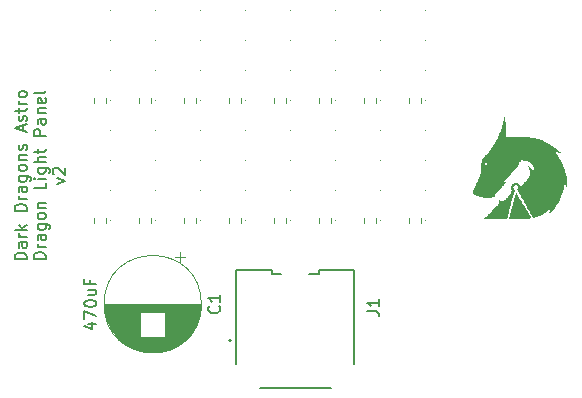
<source format=gbr>
%TF.GenerationSoftware,KiCad,Pcbnew,6.0.2+dfsg-1*%
%TF.CreationDate,2022-11-16T09:07:21-05:00*%
%TF.ProjectId,dragon-light-panel,64726167-6f6e-42d6-9c69-6768742d7061,rev?*%
%TF.SameCoordinates,Original*%
%TF.FileFunction,Legend,Top*%
%TF.FilePolarity,Positive*%
%FSLAX46Y46*%
G04 Gerber Fmt 4.6, Leading zero omitted, Abs format (unit mm)*
G04 Created by KiCad (PCBNEW 6.0.2+dfsg-1) date 2022-11-16 09:07:21*
%MOMM*%
%LPD*%
G01*
G04 APERTURE LIST*
%ADD10C,0.150000*%
%ADD11C,0.120000*%
%ADD12C,0.100000*%
%ADD13C,0.127000*%
%ADD14C,0.200000*%
G04 APERTURE END LIST*
D10*
X54722380Y-79485238D02*
X53722380Y-79485238D01*
X53722380Y-79247142D01*
X53770000Y-79104285D01*
X53865238Y-79009047D01*
X53960476Y-78961428D01*
X54150952Y-78913809D01*
X54293809Y-78913809D01*
X54484285Y-78961428D01*
X54579523Y-79009047D01*
X54674761Y-79104285D01*
X54722380Y-79247142D01*
X54722380Y-79485238D01*
X54722380Y-78056666D02*
X54198571Y-78056666D01*
X54103333Y-78104285D01*
X54055714Y-78199523D01*
X54055714Y-78390000D01*
X54103333Y-78485238D01*
X54674761Y-78056666D02*
X54722380Y-78151904D01*
X54722380Y-78390000D01*
X54674761Y-78485238D01*
X54579523Y-78532857D01*
X54484285Y-78532857D01*
X54389047Y-78485238D01*
X54341428Y-78390000D01*
X54341428Y-78151904D01*
X54293809Y-78056666D01*
X54722380Y-77580476D02*
X54055714Y-77580476D01*
X54246190Y-77580476D02*
X54150952Y-77532857D01*
X54103333Y-77485238D01*
X54055714Y-77390000D01*
X54055714Y-77294761D01*
X54722380Y-76961428D02*
X53722380Y-76961428D01*
X54341428Y-76866190D02*
X54722380Y-76580476D01*
X54055714Y-76580476D02*
X54436666Y-76961428D01*
X54722380Y-75390000D02*
X53722380Y-75390000D01*
X53722380Y-75151904D01*
X53770000Y-75009047D01*
X53865238Y-74913809D01*
X53960476Y-74866190D01*
X54150952Y-74818571D01*
X54293809Y-74818571D01*
X54484285Y-74866190D01*
X54579523Y-74913809D01*
X54674761Y-75009047D01*
X54722380Y-75151904D01*
X54722380Y-75390000D01*
X54722380Y-74390000D02*
X54055714Y-74390000D01*
X54246190Y-74390000D02*
X54150952Y-74342380D01*
X54103333Y-74294761D01*
X54055714Y-74199523D01*
X54055714Y-74104285D01*
X54722380Y-73342380D02*
X54198571Y-73342380D01*
X54103333Y-73390000D01*
X54055714Y-73485238D01*
X54055714Y-73675714D01*
X54103333Y-73770952D01*
X54674761Y-73342380D02*
X54722380Y-73437619D01*
X54722380Y-73675714D01*
X54674761Y-73770952D01*
X54579523Y-73818571D01*
X54484285Y-73818571D01*
X54389047Y-73770952D01*
X54341428Y-73675714D01*
X54341428Y-73437619D01*
X54293809Y-73342380D01*
X54055714Y-72437619D02*
X54865238Y-72437619D01*
X54960476Y-72485238D01*
X55008095Y-72532857D01*
X55055714Y-72628095D01*
X55055714Y-72770952D01*
X55008095Y-72866190D01*
X54674761Y-72437619D02*
X54722380Y-72532857D01*
X54722380Y-72723333D01*
X54674761Y-72818571D01*
X54627142Y-72866190D01*
X54531904Y-72913809D01*
X54246190Y-72913809D01*
X54150952Y-72866190D01*
X54103333Y-72818571D01*
X54055714Y-72723333D01*
X54055714Y-72532857D01*
X54103333Y-72437619D01*
X54722380Y-71818571D02*
X54674761Y-71913809D01*
X54627142Y-71961428D01*
X54531904Y-72009047D01*
X54246190Y-72009047D01*
X54150952Y-71961428D01*
X54103333Y-71913809D01*
X54055714Y-71818571D01*
X54055714Y-71675714D01*
X54103333Y-71580476D01*
X54150952Y-71532857D01*
X54246190Y-71485238D01*
X54531904Y-71485238D01*
X54627142Y-71532857D01*
X54674761Y-71580476D01*
X54722380Y-71675714D01*
X54722380Y-71818571D01*
X54055714Y-71056666D02*
X54722380Y-71056666D01*
X54150952Y-71056666D02*
X54103333Y-71009047D01*
X54055714Y-70913809D01*
X54055714Y-70770952D01*
X54103333Y-70675714D01*
X54198571Y-70628095D01*
X54722380Y-70628095D01*
X54674761Y-70199523D02*
X54722380Y-70104285D01*
X54722380Y-69913809D01*
X54674761Y-69818571D01*
X54579523Y-69770952D01*
X54531904Y-69770952D01*
X54436666Y-69818571D01*
X54389047Y-69913809D01*
X54389047Y-70056666D01*
X54341428Y-70151904D01*
X54246190Y-70199523D01*
X54198571Y-70199523D01*
X54103333Y-70151904D01*
X54055714Y-70056666D01*
X54055714Y-69913809D01*
X54103333Y-69818571D01*
X54436666Y-68628095D02*
X54436666Y-68151904D01*
X54722380Y-68723333D02*
X53722380Y-68390000D01*
X54722380Y-68056666D01*
X54674761Y-67770952D02*
X54722380Y-67675714D01*
X54722380Y-67485238D01*
X54674761Y-67390000D01*
X54579523Y-67342380D01*
X54531904Y-67342380D01*
X54436666Y-67390000D01*
X54389047Y-67485238D01*
X54389047Y-67628095D01*
X54341428Y-67723333D01*
X54246190Y-67770952D01*
X54198571Y-67770952D01*
X54103333Y-67723333D01*
X54055714Y-67628095D01*
X54055714Y-67485238D01*
X54103333Y-67390000D01*
X54055714Y-67056666D02*
X54055714Y-66675714D01*
X53722380Y-66913809D02*
X54579523Y-66913809D01*
X54674761Y-66866190D01*
X54722380Y-66770952D01*
X54722380Y-66675714D01*
X54722380Y-66342380D02*
X54055714Y-66342380D01*
X54246190Y-66342380D02*
X54150952Y-66294761D01*
X54103333Y-66247142D01*
X54055714Y-66151904D01*
X54055714Y-66056666D01*
X54722380Y-65580476D02*
X54674761Y-65675714D01*
X54627142Y-65723333D01*
X54531904Y-65770952D01*
X54246190Y-65770952D01*
X54150952Y-65723333D01*
X54103333Y-65675714D01*
X54055714Y-65580476D01*
X54055714Y-65437619D01*
X54103333Y-65342380D01*
X54150952Y-65294761D01*
X54246190Y-65247142D01*
X54531904Y-65247142D01*
X54627142Y-65294761D01*
X54674761Y-65342380D01*
X54722380Y-65437619D01*
X54722380Y-65580476D01*
X56332380Y-79461428D02*
X55332380Y-79461428D01*
X55332380Y-79223333D01*
X55380000Y-79080476D01*
X55475238Y-78985238D01*
X55570476Y-78937619D01*
X55760952Y-78890000D01*
X55903809Y-78890000D01*
X56094285Y-78937619D01*
X56189523Y-78985238D01*
X56284761Y-79080476D01*
X56332380Y-79223333D01*
X56332380Y-79461428D01*
X56332380Y-78461428D02*
X55665714Y-78461428D01*
X55856190Y-78461428D02*
X55760952Y-78413809D01*
X55713333Y-78366190D01*
X55665714Y-78270952D01*
X55665714Y-78175714D01*
X56332380Y-77413809D02*
X55808571Y-77413809D01*
X55713333Y-77461428D01*
X55665714Y-77556666D01*
X55665714Y-77747142D01*
X55713333Y-77842380D01*
X56284761Y-77413809D02*
X56332380Y-77509047D01*
X56332380Y-77747142D01*
X56284761Y-77842380D01*
X56189523Y-77890000D01*
X56094285Y-77890000D01*
X55999047Y-77842380D01*
X55951428Y-77747142D01*
X55951428Y-77509047D01*
X55903809Y-77413809D01*
X55665714Y-76509047D02*
X56475238Y-76509047D01*
X56570476Y-76556666D01*
X56618095Y-76604285D01*
X56665714Y-76699523D01*
X56665714Y-76842380D01*
X56618095Y-76937619D01*
X56284761Y-76509047D02*
X56332380Y-76604285D01*
X56332380Y-76794761D01*
X56284761Y-76890000D01*
X56237142Y-76937619D01*
X56141904Y-76985238D01*
X55856190Y-76985238D01*
X55760952Y-76937619D01*
X55713333Y-76890000D01*
X55665714Y-76794761D01*
X55665714Y-76604285D01*
X55713333Y-76509047D01*
X56332380Y-75890000D02*
X56284761Y-75985238D01*
X56237142Y-76032857D01*
X56141904Y-76080476D01*
X55856190Y-76080476D01*
X55760952Y-76032857D01*
X55713333Y-75985238D01*
X55665714Y-75890000D01*
X55665714Y-75747142D01*
X55713333Y-75651904D01*
X55760952Y-75604285D01*
X55856190Y-75556666D01*
X56141904Y-75556666D01*
X56237142Y-75604285D01*
X56284761Y-75651904D01*
X56332380Y-75747142D01*
X56332380Y-75890000D01*
X55665714Y-75128095D02*
X56332380Y-75128095D01*
X55760952Y-75128095D02*
X55713333Y-75080476D01*
X55665714Y-74985238D01*
X55665714Y-74842380D01*
X55713333Y-74747142D01*
X55808571Y-74699523D01*
X56332380Y-74699523D01*
X56332380Y-72985238D02*
X56332380Y-73461428D01*
X55332380Y-73461428D01*
X56332380Y-72651904D02*
X55665714Y-72651904D01*
X55332380Y-72651904D02*
X55380000Y-72699523D01*
X55427619Y-72651904D01*
X55380000Y-72604285D01*
X55332380Y-72651904D01*
X55427619Y-72651904D01*
X55665714Y-71747142D02*
X56475238Y-71747142D01*
X56570476Y-71794761D01*
X56618095Y-71842380D01*
X56665714Y-71937619D01*
X56665714Y-72080476D01*
X56618095Y-72175714D01*
X56284761Y-71747142D02*
X56332380Y-71842380D01*
X56332380Y-72032857D01*
X56284761Y-72128095D01*
X56237142Y-72175714D01*
X56141904Y-72223333D01*
X55856190Y-72223333D01*
X55760952Y-72175714D01*
X55713333Y-72128095D01*
X55665714Y-72032857D01*
X55665714Y-71842380D01*
X55713333Y-71747142D01*
X56332380Y-71270952D02*
X55332380Y-71270952D01*
X56332380Y-70842380D02*
X55808571Y-70842380D01*
X55713333Y-70890000D01*
X55665714Y-70985238D01*
X55665714Y-71128095D01*
X55713333Y-71223333D01*
X55760952Y-71270952D01*
X55665714Y-70509047D02*
X55665714Y-70128095D01*
X55332380Y-70366190D02*
X56189523Y-70366190D01*
X56284761Y-70318571D01*
X56332380Y-70223333D01*
X56332380Y-70128095D01*
X56332380Y-69032857D02*
X55332380Y-69032857D01*
X55332380Y-68651904D01*
X55380000Y-68556666D01*
X55427619Y-68509047D01*
X55522857Y-68461428D01*
X55665714Y-68461428D01*
X55760952Y-68509047D01*
X55808571Y-68556666D01*
X55856190Y-68651904D01*
X55856190Y-69032857D01*
X56332380Y-67604285D02*
X55808571Y-67604285D01*
X55713333Y-67651904D01*
X55665714Y-67747142D01*
X55665714Y-67937619D01*
X55713333Y-68032857D01*
X56284761Y-67604285D02*
X56332380Y-67699523D01*
X56332380Y-67937619D01*
X56284761Y-68032857D01*
X56189523Y-68080476D01*
X56094285Y-68080476D01*
X55999047Y-68032857D01*
X55951428Y-67937619D01*
X55951428Y-67699523D01*
X55903809Y-67604285D01*
X55665714Y-67128095D02*
X56332380Y-67128095D01*
X55760952Y-67128095D02*
X55713333Y-67080476D01*
X55665714Y-66985238D01*
X55665714Y-66842380D01*
X55713333Y-66747142D01*
X55808571Y-66699523D01*
X56332380Y-66699523D01*
X56284761Y-65842380D02*
X56332380Y-65937619D01*
X56332380Y-66128095D01*
X56284761Y-66223333D01*
X56189523Y-66270952D01*
X55808571Y-66270952D01*
X55713333Y-66223333D01*
X55665714Y-66128095D01*
X55665714Y-65937619D01*
X55713333Y-65842380D01*
X55808571Y-65794761D01*
X55903809Y-65794761D01*
X55999047Y-66270952D01*
X56332380Y-65223333D02*
X56284761Y-65318571D01*
X56189523Y-65366190D01*
X55332380Y-65366190D01*
X57275714Y-73104285D02*
X57942380Y-72866190D01*
X57275714Y-72628095D01*
X57037619Y-72294761D02*
X56990000Y-72247142D01*
X56942380Y-72151904D01*
X56942380Y-71913809D01*
X56990000Y-71818571D01*
X57037619Y-71770952D01*
X57132857Y-71723333D01*
X57228095Y-71723333D01*
X57370952Y-71770952D01*
X57942380Y-72342380D01*
X57942380Y-71723333D01*
%TO.C,J1*%
X83557380Y-83868333D02*
X84271666Y-83868333D01*
X84414523Y-83915952D01*
X84509761Y-84011190D01*
X84557380Y-84154047D01*
X84557380Y-84249285D01*
X84557380Y-82868333D02*
X84557380Y-83439761D01*
X84557380Y-83154047D02*
X83557380Y-83154047D01*
X83700238Y-83249285D01*
X83795476Y-83344523D01*
X83843095Y-83439761D01*
%TO.C,C1*%
X71012142Y-83449015D02*
X71059761Y-83496634D01*
X71107380Y-83639491D01*
X71107380Y-83734729D01*
X71059761Y-83877587D01*
X70964523Y-83972825D01*
X70869285Y-84020444D01*
X70678809Y-84068063D01*
X70535952Y-84068063D01*
X70345476Y-84020444D01*
X70250238Y-83972825D01*
X70155000Y-83877587D01*
X70107380Y-83734729D01*
X70107380Y-83639491D01*
X70155000Y-83496634D01*
X70202619Y-83449015D01*
X71107380Y-82496634D02*
X71107380Y-83068063D01*
X71107380Y-82782349D02*
X70107380Y-82782349D01*
X70250238Y-82877587D01*
X70345476Y-82972825D01*
X70393095Y-83068063D01*
X59940714Y-84925206D02*
X60607380Y-84925206D01*
X59559761Y-85163301D02*
X60274047Y-85401396D01*
X60274047Y-84782349D01*
X59607380Y-84496634D02*
X59607380Y-83829968D01*
X60607380Y-84258539D01*
X59607380Y-83258539D02*
X59607380Y-83163301D01*
X59655000Y-83068063D01*
X59702619Y-83020444D01*
X59797857Y-82972825D01*
X59988333Y-82925206D01*
X60226428Y-82925206D01*
X60416904Y-82972825D01*
X60512142Y-83020444D01*
X60559761Y-83068063D01*
X60607380Y-83163301D01*
X60607380Y-83258539D01*
X60559761Y-83353777D01*
X60512142Y-83401396D01*
X60416904Y-83449015D01*
X60226428Y-83496634D01*
X59988333Y-83496634D01*
X59797857Y-83449015D01*
X59702619Y-83401396D01*
X59655000Y-83353777D01*
X59607380Y-83258539D01*
X59940714Y-82068063D02*
X60607380Y-82068063D01*
X59940714Y-82496634D02*
X60464523Y-82496634D01*
X60559761Y-82449015D01*
X60607380Y-82353777D01*
X60607380Y-82210920D01*
X60559761Y-82115682D01*
X60512142Y-82068063D01*
X60083571Y-81258539D02*
X60083571Y-81591872D01*
X60607380Y-81591872D02*
X59607380Y-81591872D01*
X59607380Y-81115682D01*
%TO.C,G\u002A\u002A\u002A*%
G36*
X96193322Y-73851586D02*
G01*
X96199790Y-73860431D01*
X96215159Y-73883964D01*
X96238746Y-73921067D01*
X96269868Y-73970623D01*
X96307841Y-74031513D01*
X96351983Y-74102620D01*
X96401609Y-74182825D01*
X96456036Y-74271012D01*
X96514581Y-74366061D01*
X96576560Y-74466856D01*
X96641291Y-74572277D01*
X96708088Y-74681208D01*
X96776270Y-74792530D01*
X96845153Y-74905126D01*
X96914053Y-75017877D01*
X96982287Y-75129667D01*
X97049171Y-75239376D01*
X97114022Y-75345886D01*
X97176157Y-75448081D01*
X97234892Y-75544843D01*
X97289544Y-75635052D01*
X97339430Y-75717592D01*
X97383865Y-75791344D01*
X97422167Y-75855192D01*
X97453652Y-75908015D01*
X97477637Y-75948698D01*
X97493438Y-75976122D01*
X97500373Y-75989168D01*
X97500641Y-75990023D01*
X97499210Y-75996441D01*
X97492759Y-76001776D01*
X97478441Y-76006872D01*
X97453409Y-76012575D01*
X97414818Y-76019727D01*
X97380546Y-76025651D01*
X97335120Y-76033379D01*
X97294256Y-76040153D01*
X97256434Y-76046042D01*
X97220133Y-76051115D01*
X97183833Y-76055442D01*
X97146015Y-76059091D01*
X97105157Y-76062132D01*
X97059739Y-76064633D01*
X97008242Y-76066663D01*
X96949144Y-76068292D01*
X96880927Y-76069589D01*
X96802069Y-76070622D01*
X96711050Y-76071461D01*
X96606350Y-76072175D01*
X96486449Y-76072832D01*
X96349826Y-76073502D01*
X96324245Y-76073625D01*
X96205863Y-76074100D01*
X96093147Y-76074367D01*
X95987446Y-76074435D01*
X95890109Y-76074311D01*
X95802486Y-76074002D01*
X95725926Y-76073516D01*
X95661779Y-76072860D01*
X95611395Y-76072043D01*
X95576122Y-76071071D01*
X95557310Y-76069953D01*
X95554486Y-76069322D01*
X95556243Y-76059522D01*
X95562645Y-76033219D01*
X95573329Y-75991725D01*
X95587931Y-75936354D01*
X95606088Y-75868417D01*
X95627435Y-75789228D01*
X95651609Y-75700098D01*
X95678246Y-75602341D01*
X95706983Y-75497270D01*
X95737457Y-75386195D01*
X95769302Y-75270432D01*
X95802157Y-75151291D01*
X95835657Y-75030085D01*
X95869439Y-74908128D01*
X95903138Y-74786731D01*
X95936392Y-74667208D01*
X95968837Y-74550871D01*
X96000108Y-74439031D01*
X96029844Y-74333003D01*
X96057679Y-74234099D01*
X96083250Y-74143631D01*
X96106193Y-74062912D01*
X96126146Y-73993254D01*
X96142744Y-73935970D01*
X96155623Y-73892373D01*
X96164421Y-73863775D01*
X96168772Y-73851489D01*
X96168994Y-73851157D01*
X96184388Y-73847456D01*
X96193322Y-73851586D01*
G37*
G36*
X92563591Y-73589240D02*
G01*
X92572601Y-73565884D01*
X92589058Y-73527942D01*
X92612053Y-73477338D01*
X92640676Y-73415999D01*
X92674019Y-73345850D01*
X92711173Y-73268817D01*
X92751227Y-73186825D01*
X92793274Y-73101802D01*
X92801421Y-73085448D01*
X92857054Y-72973706D01*
X92905054Y-72876764D01*
X92946189Y-72792932D01*
X92981222Y-72720518D01*
X93010921Y-72657832D01*
X93036049Y-72603182D01*
X93057374Y-72554877D01*
X93075659Y-72511227D01*
X93091671Y-72470540D01*
X93106176Y-72431125D01*
X93119938Y-72391291D01*
X93131424Y-72356457D01*
X93150083Y-72297547D01*
X93165556Y-72244633D01*
X93178193Y-72195037D01*
X93188341Y-72146079D01*
X93196348Y-72095080D01*
X93202563Y-72039360D01*
X93207333Y-71976241D01*
X93211008Y-71903044D01*
X93213935Y-71817089D01*
X93216381Y-71718978D01*
X93505176Y-71718978D01*
X93505283Y-71723058D01*
X93507597Y-71791477D01*
X93510569Y-71841753D01*
X93514557Y-71874245D01*
X93519921Y-71889313D01*
X93527019Y-71887318D01*
X93536211Y-71868619D01*
X93547856Y-71833577D01*
X93562314Y-71782552D01*
X93562806Y-71780736D01*
X93583895Y-71707320D01*
X93606806Y-71635285D01*
X93630184Y-71568433D01*
X93652675Y-71510566D01*
X93672923Y-71465485D01*
X93679795Y-71452413D01*
X93706675Y-71404289D01*
X93679299Y-71346402D01*
X93667862Y-71320557D01*
X93657938Y-71293584D01*
X93648499Y-71261788D01*
X93638515Y-71221478D01*
X93626956Y-71168960D01*
X93618433Y-71128096D01*
X93612084Y-71111860D01*
X93606148Y-71107277D01*
X93598152Y-71115083D01*
X93593443Y-71128096D01*
X93589258Y-71145056D01*
X93581433Y-71175459D01*
X93571117Y-71214873D01*
X93560404Y-71255328D01*
X93532440Y-71374206D01*
X93514524Y-71485934D01*
X93505741Y-71598271D01*
X93505176Y-71718978D01*
X93216381Y-71718978D01*
X93216463Y-71715696D01*
X93216819Y-71699481D01*
X93219806Y-71583358D01*
X93223585Y-71483575D01*
X93228502Y-71397970D01*
X93234905Y-71324382D01*
X93243142Y-71260648D01*
X93253562Y-71204607D01*
X93266511Y-71154098D01*
X93282337Y-71106959D01*
X93301389Y-71061028D01*
X93324013Y-71014145D01*
X93328463Y-71005492D01*
X93343486Y-70977654D01*
X93359930Y-70949867D01*
X93379033Y-70920520D01*
X93402031Y-70888002D01*
X93430159Y-70850704D01*
X93464655Y-70807015D01*
X93506753Y-70755325D01*
X93557691Y-70694025D01*
X93618704Y-70621503D01*
X93667446Y-70563933D01*
X93759247Y-70455326D01*
X93840038Y-70358841D01*
X93911125Y-70272785D01*
X93973813Y-70195466D01*
X94029408Y-70125193D01*
X94079214Y-70060272D01*
X94124539Y-69999012D01*
X94166686Y-69939721D01*
X94206961Y-69880706D01*
X94246670Y-69820274D01*
X94273635Y-69778107D01*
X94443012Y-69493634D01*
X94596146Y-69200820D01*
X94732716Y-68900505D01*
X94852400Y-68593526D01*
X94954876Y-68280724D01*
X95039823Y-67962936D01*
X95106920Y-67641003D01*
X95118778Y-67572559D01*
X95126672Y-67525193D01*
X95133354Y-67484843D01*
X95138287Y-67454769D01*
X95140935Y-67438230D01*
X95141239Y-67436074D01*
X95149049Y-67434180D01*
X95159456Y-67433761D01*
X95170509Y-67435487D01*
X95179684Y-67442478D01*
X95188265Y-67457455D01*
X95197534Y-67483140D01*
X95208778Y-67522253D01*
X95218406Y-67558679D01*
X95245249Y-67675436D01*
X95269248Y-67806418D01*
X95290020Y-67947509D01*
X95307184Y-68094592D01*
X95320356Y-68243552D01*
X95329156Y-68390272D01*
X95333200Y-68530635D01*
X95332106Y-68660526D01*
X95328199Y-68741274D01*
X95323442Y-68804446D01*
X95317642Y-68871335D01*
X95311407Y-68935485D01*
X95305345Y-68990440D01*
X95302901Y-69009953D01*
X95296815Y-69059882D01*
X95293946Y-69094545D01*
X95294212Y-69116884D01*
X95297532Y-69129844D01*
X95299482Y-69132809D01*
X95303347Y-69135057D01*
X95311675Y-69137028D01*
X95325521Y-69138735D01*
X95345937Y-69140190D01*
X95373977Y-69141406D01*
X95410693Y-69142396D01*
X95457138Y-69143173D01*
X95514367Y-69143748D01*
X95583432Y-69144136D01*
X95665386Y-69144347D01*
X95761282Y-69144395D01*
X95872174Y-69144292D01*
X95999114Y-69144052D01*
X96143156Y-69143686D01*
X96195166Y-69143539D01*
X96350621Y-69143117D01*
X96488988Y-69142830D01*
X96611686Y-69142719D01*
X96720134Y-69142823D01*
X96815750Y-69143181D01*
X96899953Y-69143834D01*
X96974162Y-69144822D01*
X97039795Y-69146183D01*
X97098270Y-69147958D01*
X97151007Y-69150187D01*
X97199424Y-69152908D01*
X97244940Y-69156162D01*
X97288973Y-69159989D01*
X97332941Y-69164428D01*
X97378265Y-69169520D01*
X97426361Y-69175302D01*
X97454572Y-69178800D01*
X97574792Y-69196110D01*
X97699288Y-69218209D01*
X97820131Y-69243580D01*
X97916405Y-69267208D01*
X98137232Y-69333699D01*
X98361715Y-69416208D01*
X98587336Y-69513305D01*
X98811576Y-69623562D01*
X99031916Y-69745551D01*
X99245836Y-69877843D01*
X99450817Y-70019010D01*
X99644340Y-70167623D01*
X99823886Y-70322255D01*
X99894971Y-70389085D01*
X99940031Y-70433782D01*
X99971672Y-70468186D01*
X99990799Y-70493721D01*
X99998320Y-70511811D01*
X99995140Y-70523881D01*
X99984904Y-70530392D01*
X99970712Y-70529078D01*
X99944394Y-70521028D01*
X99910402Y-70507728D01*
X99890058Y-70498719D01*
X99823970Y-70469461D01*
X99758705Y-70442822D01*
X99696832Y-70419656D01*
X99640921Y-70400820D01*
X99593540Y-70387167D01*
X99557257Y-70379554D01*
X99534643Y-70378834D01*
X99532083Y-70379556D01*
X99522481Y-70385593D01*
X99519928Y-70395434D01*
X99525440Y-70411391D01*
X99540036Y-70435778D01*
X99564731Y-70470908D01*
X99583326Y-70496102D01*
X99712130Y-70680427D01*
X99835555Y-70879764D01*
X99952031Y-71091013D01*
X100059988Y-71311076D01*
X100157858Y-71536853D01*
X100244072Y-71765247D01*
X100279490Y-71870665D01*
X100340476Y-72074991D01*
X100393222Y-72283349D01*
X100437234Y-72492720D01*
X100472019Y-72700088D01*
X100497084Y-72902437D01*
X100511934Y-73096749D01*
X100516077Y-73280007D01*
X100515596Y-73314162D01*
X100514416Y-73367443D01*
X100513106Y-73404978D01*
X100511196Y-73429524D01*
X100508217Y-73443838D01*
X100503699Y-73450679D01*
X100497172Y-73452803D01*
X100491936Y-73452960D01*
X100482059Y-73450575D01*
X100472004Y-73441691D01*
X100460073Y-73423718D01*
X100444573Y-73394063D01*
X100423807Y-73350134D01*
X100421723Y-73345612D01*
X100390471Y-73279404D01*
X100360431Y-73218967D01*
X100332760Y-73166402D01*
X100308616Y-73123807D01*
X100289158Y-73093282D01*
X100275542Y-73076928D01*
X100272505Y-73074989D01*
X100253638Y-73075644D01*
X100239806Y-73092629D01*
X100231963Y-73124223D01*
X100230528Y-73150635D01*
X100228940Y-73191990D01*
X100224527Y-73247091D01*
X100217814Y-73311485D01*
X100209329Y-73380719D01*
X100199598Y-73450340D01*
X100189147Y-73515893D01*
X100183864Y-73545492D01*
X100134621Y-73764340D01*
X100068459Y-73985172D01*
X99986437Y-74205579D01*
X99889617Y-74423154D01*
X99779056Y-74635489D01*
X99655814Y-74840177D01*
X99539767Y-75009251D01*
X99444705Y-75134043D01*
X99344366Y-75255468D01*
X99242183Y-75369615D01*
X99141593Y-75472574D01*
X99089708Y-75521628D01*
X99052081Y-75555608D01*
X99025209Y-75578371D01*
X99006582Y-75591608D01*
X98993694Y-75597008D01*
X98984036Y-75596262D01*
X98980984Y-75594878D01*
X98966454Y-75582107D01*
X98962841Y-75572770D01*
X98966546Y-75559561D01*
X98976539Y-75533812D01*
X98991138Y-75499683D01*
X99002925Y-75473624D01*
X99035283Y-75402199D01*
X99059373Y-75345620D01*
X99075694Y-75302434D01*
X99084744Y-75271189D01*
X99087022Y-75250433D01*
X99083356Y-75239094D01*
X99071074Y-75227385D01*
X99065807Y-75224956D01*
X99056610Y-75230469D01*
X99036604Y-75245286D01*
X99009176Y-75266842D01*
X98990601Y-75281914D01*
X98791127Y-75433993D01*
X98581376Y-75571597D01*
X98362875Y-75693916D01*
X98137150Y-75800137D01*
X97905728Y-75889450D01*
X97759783Y-75936057D01*
X97706573Y-75951195D01*
X97668542Y-75960690D01*
X97643390Y-75964981D01*
X97628817Y-75964510D01*
X97624103Y-75962037D01*
X97618567Y-75953079D01*
X97604561Y-75929086D01*
X97582701Y-75891147D01*
X97553603Y-75840350D01*
X97517882Y-75777783D01*
X97476153Y-75704534D01*
X97429032Y-75621692D01*
X97377135Y-75530345D01*
X97321076Y-75431581D01*
X97261472Y-75326489D01*
X97198938Y-75216156D01*
X97134088Y-75101672D01*
X97067540Y-74984124D01*
X96999907Y-74864601D01*
X96931807Y-74744191D01*
X96863853Y-74623982D01*
X96796662Y-74505063D01*
X96730848Y-74388521D01*
X96667028Y-74275446D01*
X96605817Y-74166925D01*
X96547831Y-74064047D01*
X96493684Y-73967900D01*
X96443992Y-73879572D01*
X96399371Y-73800152D01*
X96360437Y-73730727D01*
X96327803Y-73672387D01*
X96302087Y-73626219D01*
X96283904Y-73593312D01*
X96273868Y-73574754D01*
X96272438Y-73571941D01*
X96264398Y-73552277D01*
X96265125Y-73537578D01*
X96275883Y-73519497D01*
X96281530Y-73511795D01*
X96311881Y-73459372D01*
X96324061Y-73407169D01*
X96318279Y-73353273D01*
X96303455Y-73313079D01*
X96271777Y-73264660D01*
X96229394Y-73228593D01*
X96179661Y-73206257D01*
X96125930Y-73199027D01*
X96071556Y-73208281D01*
X96059357Y-73212868D01*
X96008938Y-73243213D01*
X95970274Y-73285665D01*
X95945575Y-73336968D01*
X95937049Y-73392905D01*
X95941793Y-73438067D01*
X95957612Y-73478419D01*
X95986881Y-73519106D01*
X96004022Y-73537806D01*
X96041223Y-73576386D01*
X95743877Y-74754600D01*
X95707184Y-74899952D01*
X95671498Y-75041233D01*
X95637105Y-75177309D01*
X95604295Y-75307045D01*
X95573355Y-75429305D01*
X95544572Y-75542955D01*
X95518234Y-75646860D01*
X95494629Y-75739884D01*
X95474045Y-75820893D01*
X95456770Y-75888751D01*
X95443090Y-75942324D01*
X95433295Y-75980476D01*
X95427671Y-76002073D01*
X95427013Y-76004526D01*
X95407494Y-76076238D01*
X94413838Y-76076238D01*
X94267119Y-76076162D01*
X94128887Y-76075940D01*
X94000089Y-76075578D01*
X93881675Y-76075085D01*
X93774592Y-76074469D01*
X93679788Y-76073739D01*
X93598212Y-76072901D01*
X93530811Y-76071963D01*
X93478533Y-76070935D01*
X93442326Y-76069823D01*
X93423140Y-76068636D01*
X93420182Y-76067930D01*
X93426611Y-76060202D01*
X93445182Y-76040593D01*
X93474825Y-76010179D01*
X93514465Y-75970036D01*
X93563032Y-75921238D01*
X93619452Y-75864862D01*
X93682655Y-75801982D01*
X93751567Y-75733675D01*
X93825116Y-75661015D01*
X93869947Y-75616838D01*
X94003384Y-75485134D01*
X94123762Y-75365592D01*
X94231538Y-75257732D01*
X94327168Y-75161073D01*
X94411109Y-75075137D01*
X94483818Y-74999444D01*
X94545752Y-74933513D01*
X94597368Y-74876866D01*
X94639123Y-74829021D01*
X94671472Y-74789500D01*
X94694874Y-74757823D01*
X94708158Y-74736550D01*
X94740789Y-74660177D01*
X94755491Y-74582987D01*
X94752018Y-74506270D01*
X94751891Y-74505510D01*
X94745216Y-74464800D01*
X94741701Y-74438788D01*
X94741195Y-74423960D01*
X94743551Y-74416806D01*
X94748014Y-74414020D01*
X94757650Y-74418856D01*
X94778200Y-74434335D01*
X94807131Y-74458384D01*
X94841912Y-74488929D01*
X94863679Y-74508724D01*
X94911051Y-74552099D01*
X94947043Y-74584244D01*
X94973719Y-74606649D01*
X94993143Y-74620802D01*
X95007380Y-74628194D01*
X95018492Y-74630311D01*
X95028545Y-74628643D01*
X95029513Y-74628344D01*
X95038914Y-74620846D01*
X95059521Y-74601484D01*
X95089814Y-74571829D01*
X95128267Y-74533449D01*
X95173360Y-74487914D01*
X95223569Y-74436793D01*
X95277370Y-74381655D01*
X95333242Y-74324069D01*
X95389661Y-74265605D01*
X95445104Y-74207832D01*
X95498049Y-74152319D01*
X95546972Y-74100636D01*
X95590351Y-74054351D01*
X95626663Y-74015033D01*
X95652385Y-73986515D01*
X95694882Y-73929860D01*
X95732409Y-73863485D01*
X95761647Y-73794168D01*
X95779275Y-73728685D01*
X95779573Y-73726945D01*
X95783765Y-73698904D01*
X95785586Y-73674232D01*
X95784712Y-73648426D01*
X95780814Y-73616980D01*
X95773567Y-73575391D01*
X95765580Y-73534038D01*
X95751132Y-73443394D01*
X95746709Y-73365985D01*
X95752778Y-73299201D01*
X95769804Y-73240432D01*
X95798253Y-73187067D01*
X95836031Y-73139274D01*
X95899656Y-73080125D01*
X95967036Y-73038625D01*
X96039990Y-73014017D01*
X96120337Y-73005546D01*
X96155459Y-73006538D01*
X96239526Y-73020440D01*
X96315441Y-73050544D01*
X96381913Y-73095867D01*
X96437653Y-73155423D01*
X96481371Y-73228228D01*
X96497780Y-73267793D01*
X96510207Y-73297064D01*
X96522657Y-73318214D01*
X96531474Y-73326146D01*
X96542927Y-73320857D01*
X96563622Y-73304426D01*
X96590469Y-73279512D01*
X96616154Y-73253294D01*
X96639018Y-73229185D01*
X96672801Y-73193829D01*
X96715543Y-73149265D01*
X96765282Y-73097534D01*
X96820056Y-73040675D01*
X96877903Y-72980730D01*
X96936863Y-72919737D01*
X96937111Y-72919481D01*
X97010717Y-72842990D01*
X97072428Y-72777771D01*
X97123583Y-72722159D01*
X97165523Y-72674491D01*
X97199585Y-72633104D01*
X97227111Y-72596332D01*
X97249438Y-72562512D01*
X97267908Y-72529981D01*
X97283859Y-72497073D01*
X97291722Y-72478978D01*
X97326928Y-72371536D01*
X97345341Y-72257072D01*
X97347007Y-72136248D01*
X97331966Y-72009729D01*
X97300264Y-71878176D01*
X97251943Y-71742252D01*
X97242050Y-71718691D01*
X97224423Y-71676802D01*
X97209856Y-71640636D01*
X97199755Y-71613800D01*
X97195528Y-71599901D01*
X97195483Y-71599310D01*
X97198485Y-71590355D01*
X97208382Y-71590787D01*
X97226505Y-71601478D01*
X97254186Y-71623300D01*
X97292758Y-71657127D01*
X97315774Y-71678106D01*
X97364775Y-71722662D01*
X97416398Y-71768736D01*
X97468690Y-71814671D01*
X97519701Y-71858811D01*
X97567479Y-71899502D01*
X97610074Y-71935086D01*
X97645535Y-71963908D01*
X97671910Y-71984312D01*
X97687249Y-71994642D01*
X97689832Y-71995583D01*
X97708064Y-71987181D01*
X97719092Y-71962533D01*
X97722829Y-71922479D01*
X97719186Y-71867857D01*
X97709605Y-71807360D01*
X97679052Y-71696367D01*
X97630959Y-71589266D01*
X97566139Y-71487568D01*
X97487971Y-71395429D01*
X97392412Y-71308969D01*
X97288957Y-71239236D01*
X97177641Y-71186248D01*
X97069426Y-71152572D01*
X97028029Y-71143594D01*
X96991007Y-71138258D01*
X96951856Y-71136064D01*
X96904073Y-71136510D01*
X96874697Y-71137576D01*
X96762109Y-71142268D01*
X96737126Y-71116192D01*
X96709047Y-71092514D01*
X96680442Y-71077571D01*
X96656252Y-71073553D01*
X96647291Y-71076363D01*
X96634504Y-71087108D01*
X96612710Y-71108549D01*
X96584222Y-71138128D01*
X96551351Y-71173284D01*
X96516408Y-71211459D01*
X96481706Y-71250093D01*
X96449555Y-71286626D01*
X96422269Y-71318499D01*
X96402157Y-71343153D01*
X96391533Y-71358028D01*
X96390455Y-71360729D01*
X96397767Y-71379529D01*
X96415010Y-71397611D01*
X96429432Y-71405576D01*
X96436295Y-71414037D01*
X96431911Y-71428462D01*
X96424600Y-71437954D01*
X96405844Y-71460308D01*
X96376491Y-71494554D01*
X96337389Y-71539722D01*
X96289388Y-71594841D01*
X96233336Y-71658942D01*
X96170083Y-71731056D01*
X96100477Y-71810211D01*
X96025367Y-71895437D01*
X95945602Y-71985766D01*
X95862031Y-72080226D01*
X95821384Y-72126107D01*
X95716732Y-72244174D01*
X95623667Y-72349164D01*
X95541516Y-72441865D01*
X95469604Y-72523062D01*
X95407258Y-72593542D01*
X95353803Y-72654091D01*
X95308568Y-72705495D01*
X95270876Y-72748540D01*
X95240056Y-72784013D01*
X95215432Y-72812700D01*
X95196332Y-72835387D01*
X95182081Y-72852859D01*
X95172005Y-72865905D01*
X95165432Y-72875309D01*
X95161687Y-72881857D01*
X95160096Y-72886337D01*
X95159985Y-72889534D01*
X95160682Y-72892234D01*
X95161511Y-72895224D01*
X95161637Y-72895949D01*
X95173524Y-72918519D01*
X95199091Y-72938234D01*
X95233519Y-72951866D01*
X95250013Y-72955078D01*
X95278804Y-72962209D01*
X95292316Y-72974705D01*
X95290532Y-72993875D01*
X95273433Y-73021029D01*
X95248711Y-73049385D01*
X95234111Y-73065243D01*
X95208350Y-73093576D01*
X95172608Y-73133071D01*
X95128070Y-73182415D01*
X95075917Y-73240296D01*
X95017332Y-73305400D01*
X94953497Y-73376416D01*
X94885596Y-73452029D01*
X94814810Y-73530928D01*
X94790688Y-73557831D01*
X94709188Y-73648803D01*
X94639226Y-73727067D01*
X94579938Y-73793657D01*
X94530462Y-73849604D01*
X94489936Y-73895938D01*
X94457496Y-73933691D01*
X94432281Y-73963895D01*
X94413426Y-73987580D01*
X94400070Y-74005777D01*
X94391349Y-74019519D01*
X94386402Y-74029837D01*
X94384364Y-74037761D01*
X94384298Y-74043624D01*
X94389187Y-74063570D01*
X94402288Y-74078469D01*
X94428210Y-74093636D01*
X94459876Y-74110538D01*
X94475616Y-74122653D01*
X94476470Y-74132584D01*
X94463480Y-74142930D01*
X94450700Y-74149797D01*
X94416695Y-74164569D01*
X94368891Y-74181876D01*
X94311591Y-74200415D01*
X94249102Y-74218883D01*
X94185727Y-74235977D01*
X94125771Y-74250393D01*
X94100973Y-74255676D01*
X94063737Y-74262748D01*
X94029039Y-74268027D01*
X93993181Y-74271756D01*
X93952463Y-74274178D01*
X93903186Y-74275535D01*
X93841650Y-74276072D01*
X93790309Y-74276091D01*
X93688120Y-74274900D01*
X93598796Y-74271282D01*
X93516786Y-74264628D01*
X93436538Y-74254324D01*
X93352501Y-74239761D01*
X93259122Y-74220327D01*
X93235118Y-74214963D01*
X93091439Y-74178141D01*
X92958627Y-74135227D01*
X92838710Y-74087003D01*
X92733711Y-74034251D01*
X92676223Y-73999105D01*
X92625080Y-73960106D01*
X92586630Y-73917864D01*
X92557396Y-73870431D01*
X92543142Y-73827653D01*
X92537063Y-73772739D01*
X92539060Y-73710108D01*
X92546846Y-73658656D01*
X92764619Y-73658656D01*
X92768452Y-73667358D01*
X92782078Y-73661346D01*
X92806495Y-73641451D01*
X92822374Y-73627185D01*
X92881542Y-73573270D01*
X92882391Y-73516642D01*
X92884946Y-73476974D01*
X92890746Y-73430367D01*
X92897412Y-73392648D01*
X92903827Y-73359802D01*
X92907773Y-73334843D01*
X92908522Y-73322489D01*
X92908303Y-73322004D01*
X92903057Y-73328104D01*
X92892057Y-73347953D01*
X92876819Y-73378278D01*
X92858859Y-73415810D01*
X92839692Y-73457277D01*
X92820835Y-73499409D01*
X92803803Y-73538936D01*
X92790113Y-73572585D01*
X92782349Y-73593779D01*
X92769584Y-73634406D01*
X92764619Y-73658656D01*
X92546846Y-73658656D01*
X92549037Y-73644179D01*
X92563591Y-73589240D01*
G37*
D11*
%TO.C,R5*%
X75677500Y-66277258D02*
X75677500Y-65802742D01*
X76722500Y-66277258D02*
X76722500Y-65802742D01*
D12*
%TO.C,D24*%
X80875000Y-66040000D02*
G75*
G03*
X80875000Y-66040000I-50000J0D01*
G01*
D11*
%TO.C,R4*%
X71867500Y-66277258D02*
X71867500Y-65802742D01*
X72912500Y-66277258D02*
X72912500Y-65802742D01*
D12*
%TO.C,D44*%
X69445000Y-76200000D02*
G75*
G03*
X69445000Y-76200000I-50000J0D01*
G01*
%TO.C,D1*%
X61825000Y-58420000D02*
G75*
G03*
X61825000Y-58420000I-50000J0D01*
G01*
%TO.C,D17*%
X77065000Y-58420000D02*
G75*
G03*
X77065000Y-58420000I-50000J0D01*
G01*
%TO.C,D41*%
X69445000Y-68580000D02*
G75*
G03*
X69445000Y-68580000I-50000J0D01*
G01*
D11*
%TO.C,R11*%
X69102500Y-76437258D02*
X69102500Y-75962742D01*
X68057500Y-76437258D02*
X68057500Y-75962742D01*
D12*
%TO.C,D45*%
X73255000Y-68580000D02*
G75*
G03*
X73255000Y-68580000I-50000J0D01*
G01*
D11*
%TO.C,R14*%
X79487500Y-76437258D02*
X79487500Y-75962742D01*
X80532500Y-76437258D02*
X80532500Y-75962742D01*
D12*
%TO.C,D2*%
X61825000Y-60960000D02*
G75*
G03*
X61825000Y-60960000I-50000J0D01*
G01*
%TO.C,D7*%
X65635000Y-63500000D02*
G75*
G03*
X65635000Y-63500000I-50000J0D01*
G01*
%TO.C,D51*%
X77065000Y-73660000D02*
G75*
G03*
X77065000Y-73660000I-50000J0D01*
G01*
%TO.C,D28*%
X84685000Y-66040000D02*
G75*
G03*
X84685000Y-66040000I-50000J0D01*
G01*
D11*
%TO.C,R3*%
X69102500Y-66277258D02*
X69102500Y-65802742D01*
X68057500Y-66277258D02*
X68057500Y-65802742D01*
D12*
%TO.C,D33*%
X61825000Y-68580000D02*
G75*
G03*
X61825000Y-68580000I-50000J0D01*
G01*
%TO.C,D22*%
X80875000Y-60960000D02*
G75*
G03*
X80875000Y-60960000I-50000J0D01*
G01*
%TO.C,D63*%
X88495000Y-73660000D02*
G75*
G03*
X88495000Y-73660000I-50000J0D01*
G01*
%TO.C,D60*%
X84685000Y-76200000D02*
G75*
G03*
X84685000Y-76200000I-50000J0D01*
G01*
%TO.C,D52*%
X77065000Y-76200000D02*
G75*
G03*
X77065000Y-76200000I-50000J0D01*
G01*
%TO.C,D53*%
X80875000Y-68580000D02*
G75*
G03*
X80875000Y-68580000I-50000J0D01*
G01*
%TO.C,D57*%
X84685000Y-68580000D02*
G75*
G03*
X84685000Y-68580000I-50000J0D01*
G01*
%TO.C,D25*%
X84685000Y-58420000D02*
G75*
G03*
X84685000Y-58420000I-50000J0D01*
G01*
%TO.C,D9*%
X69445000Y-58420000D02*
G75*
G03*
X69445000Y-58420000I-50000J0D01*
G01*
%TO.C,D55*%
X80875000Y-73660000D02*
G75*
G03*
X80875000Y-73660000I-50000J0D01*
G01*
%TO.C,D62*%
X88495000Y-71120000D02*
G75*
G03*
X88495000Y-71120000I-50000J0D01*
G01*
%TO.C,D11*%
X69445000Y-63500000D02*
G75*
G03*
X69445000Y-63500000I-50000J0D01*
G01*
%TO.C,D42*%
X69445000Y-71120000D02*
G75*
G03*
X69445000Y-71120000I-50000J0D01*
G01*
%TO.C,D47*%
X73255000Y-73660000D02*
G75*
G03*
X73255000Y-73660000I-50000J0D01*
G01*
%TO.C,D61*%
X88495000Y-68580000D02*
G75*
G03*
X88495000Y-68580000I-50000J0D01*
G01*
%TO.C,D8*%
X65635000Y-66040000D02*
G75*
G03*
X65635000Y-66040000I-50000J0D01*
G01*
%TO.C,D37*%
X65635000Y-68580000D02*
G75*
G03*
X65635000Y-68580000I-50000J0D01*
G01*
%TO.C,D56*%
X80875000Y-76200000D02*
G75*
G03*
X80875000Y-76200000I-50000J0D01*
G01*
%TO.C,D58*%
X84685000Y-71120000D02*
G75*
G03*
X84685000Y-71120000I-50000J0D01*
G01*
%TO.C,D48*%
X73255000Y-76200000D02*
G75*
G03*
X73255000Y-76200000I-50000J0D01*
G01*
%TO.C,D31*%
X88495000Y-63500000D02*
G75*
G03*
X88495000Y-63500000I-50000J0D01*
G01*
%TO.C,D6*%
X65635000Y-60960000D02*
G75*
G03*
X65635000Y-60960000I-50000J0D01*
G01*
%TO.C,D14*%
X73255000Y-60960000D02*
G75*
G03*
X73255000Y-60960000I-50000J0D01*
G01*
%TO.C,D19*%
X77065000Y-63500000D02*
G75*
G03*
X77065000Y-63500000I-50000J0D01*
G01*
D11*
%TO.C,R15*%
X84342500Y-76437258D02*
X84342500Y-75962742D01*
X83297500Y-76437258D02*
X83297500Y-75962742D01*
D12*
%TO.C,D20*%
X77065000Y-66040000D02*
G75*
G03*
X77065000Y-66040000I-50000J0D01*
G01*
%TO.C,D36*%
X61825000Y-76200000D02*
G75*
G03*
X61825000Y-76200000I-50000J0D01*
G01*
%TO.C,D26*%
X84685000Y-60960000D02*
G75*
G03*
X84685000Y-60960000I-50000J0D01*
G01*
D13*
%TO.C,J1*%
X72470000Y-80360000D02*
X75470000Y-80360000D01*
X74470000Y-90360000D02*
X80470000Y-90360000D01*
X75470000Y-80360000D02*
X75470000Y-80760000D01*
X78640000Y-80760000D02*
X79470000Y-80760000D01*
X82470000Y-80360000D02*
X82470000Y-88340000D01*
X79470000Y-80360000D02*
X82470000Y-80360000D01*
X79470000Y-80760000D02*
X79470000Y-80360000D01*
X75470000Y-80760000D02*
X76300000Y-80760000D01*
X72470000Y-80360000D02*
X72470000Y-88340000D01*
D14*
X72057000Y-86360000D02*
G75*
G03*
X72057000Y-86360000I-100000J0D01*
G01*
D12*
%TO.C,D18*%
X77065000Y-60960000D02*
G75*
G03*
X77065000Y-60960000I-50000J0D01*
G01*
%TO.C,D23*%
X80875000Y-63500000D02*
G75*
G03*
X80875000Y-63500000I-50000J0D01*
G01*
%TO.C,D54*%
X80875000Y-71120000D02*
G75*
G03*
X80875000Y-71120000I-50000J0D01*
G01*
%TO.C,D16*%
X73255000Y-66040000D02*
G75*
G03*
X73255000Y-66040000I-50000J0D01*
G01*
%TO.C,D29*%
X88495000Y-58420000D02*
G75*
G03*
X88495000Y-58420000I-50000J0D01*
G01*
%TO.C,D64*%
X88495000Y-76200000D02*
G75*
G03*
X88495000Y-76200000I-50000J0D01*
G01*
D11*
%TO.C,R8*%
X87107500Y-66277258D02*
X87107500Y-65802742D01*
X88152500Y-66277258D02*
X88152500Y-65802742D01*
D12*
%TO.C,D59*%
X84685000Y-73660000D02*
G75*
G03*
X84685000Y-73660000I-50000J0D01*
G01*
%TO.C,D27*%
X84685000Y-63500000D02*
G75*
G03*
X84685000Y-63500000I-50000J0D01*
G01*
%TO.C,D5*%
X65635000Y-58420000D02*
G75*
G03*
X65635000Y-58420000I-50000J0D01*
G01*
D11*
%TO.C,R9*%
X61482500Y-76437258D02*
X61482500Y-75962742D01*
X60437500Y-76437258D02*
X60437500Y-75962742D01*
D12*
%TO.C,D43*%
X69445000Y-73660000D02*
G75*
G03*
X69445000Y-73660000I-50000J0D01*
G01*
D11*
%TO.C,R7*%
X84342500Y-66277258D02*
X84342500Y-65802742D01*
X83297500Y-66277258D02*
X83297500Y-65802742D01*
D12*
%TO.C,D3*%
X61825000Y-63500000D02*
G75*
G03*
X61825000Y-63500000I-50000J0D01*
G01*
D11*
%TO.C,R1*%
X60437500Y-66277258D02*
X60437500Y-65802742D01*
X61482500Y-66277258D02*
X61482500Y-65802742D01*
%TO.C,R13*%
X76722500Y-76437258D02*
X76722500Y-75962742D01*
X75677500Y-76437258D02*
X75677500Y-75962742D01*
%TO.C,C1*%
X69268000Y-84603349D02*
X66445000Y-84603349D01*
X67633000Y-86723349D02*
X63177000Y-86723349D01*
X69485000Y-83322349D02*
X61325000Y-83322349D01*
X69429000Y-83962349D02*
X61381000Y-83962349D01*
X67218000Y-86963349D02*
X63592000Y-86963349D01*
X69226000Y-84723349D02*
X66445000Y-84723349D01*
X69372000Y-84243349D02*
X66445000Y-84243349D01*
X69422000Y-84003349D02*
X66445000Y-84003349D01*
X64365000Y-84123349D02*
X61411000Y-84123349D01*
X64365000Y-85083349D02*
X61739000Y-85083349D01*
X64365000Y-85363349D02*
X61888000Y-85363349D01*
X69330000Y-84403349D02*
X66445000Y-84403349D01*
X64365000Y-84243349D02*
X61438000Y-84243349D01*
X67859000Y-86563349D02*
X62951000Y-86563349D01*
X67439000Y-86843349D02*
X63371000Y-86843349D01*
X64365000Y-85123349D02*
X61758000Y-85123349D01*
X66634000Y-87203349D02*
X64176000Y-87203349D01*
X69352000Y-84323349D02*
X66445000Y-84323349D01*
X64365000Y-85603349D02*
X62040000Y-85603349D01*
X69447000Y-83842349D02*
X61363000Y-83842349D01*
X64365000Y-84363349D02*
X61469000Y-84363349D01*
X67692000Y-86683349D02*
X63118000Y-86683349D01*
X64365000Y-86043349D02*
X62386000Y-86043349D01*
X68743000Y-85643349D02*
X66445000Y-85643349D01*
X68874000Y-85443349D02*
X66445000Y-85443349D01*
X64365000Y-85963349D02*
X62315000Y-85963349D01*
X67571000Y-86763349D02*
X63239000Y-86763349D01*
X64365000Y-84043349D02*
X61395000Y-84043349D01*
X64365000Y-84443349D02*
X61491000Y-84443349D01*
X69362000Y-84283349D02*
X66445000Y-84283349D01*
X69485000Y-83362349D02*
X61325000Y-83362349D01*
X67295000Y-86923349D02*
X63515000Y-86923349D01*
X68797000Y-85563349D02*
X66445000Y-85563349D01*
X69307000Y-84483349D02*
X66445000Y-84483349D01*
X68056000Y-86403349D02*
X62754000Y-86403349D01*
X66751000Y-87163349D02*
X64059000Y-87163349D01*
X64365000Y-86003349D02*
X62350000Y-86003349D01*
X64365000Y-84683349D02*
X61570000Y-84683349D01*
X64365000Y-84923349D02*
X61665000Y-84923349D01*
X68529000Y-85923349D02*
X66445000Y-85923349D01*
X69294000Y-84523349D02*
X66445000Y-84523349D01*
X69482000Y-83442349D02*
X61328000Y-83442349D01*
X64365000Y-84403349D02*
X61480000Y-84403349D01*
X64365000Y-85443349D02*
X61936000Y-85443349D01*
X64365000Y-84523349D02*
X61516000Y-84523349D01*
X68561000Y-85883349D02*
X66445000Y-85883349D01*
X69091000Y-85043349D02*
X66445000Y-85043349D01*
X64365000Y-85483349D02*
X61961000Y-85483349D01*
X65938000Y-87363349D02*
X64872000Y-87363349D01*
X64365000Y-85523349D02*
X61987000Y-85523349D01*
X67369000Y-86883349D02*
X63441000Y-86883349D01*
X68945000Y-85323349D02*
X66445000Y-85323349D01*
X64365000Y-84163349D02*
X61420000Y-84163349D01*
X68009000Y-86443349D02*
X62801000Y-86443349D01*
X64365000Y-84723349D02*
X61584000Y-84723349D01*
X64365000Y-85763349D02*
X62155000Y-85763349D01*
X64365000Y-85243349D02*
X61821000Y-85243349D01*
X69473000Y-83602349D02*
X61337000Y-83602349D01*
X67507000Y-86803349D02*
X63303000Y-86803349D01*
X69435000Y-83922349D02*
X61375000Y-83922349D01*
X69415000Y-84043349D02*
X66445000Y-84043349D01*
X69162000Y-84883349D02*
X66445000Y-84883349D01*
X69341000Y-84363349D02*
X66445000Y-84363349D01*
X64365000Y-85003349D02*
X61701000Y-85003349D01*
X69145000Y-84923349D02*
X66445000Y-84923349D01*
X64365000Y-84603349D02*
X61542000Y-84603349D01*
X64365000Y-85803349D02*
X62185000Y-85803349D01*
X68460000Y-86003349D02*
X66445000Y-86003349D01*
X69476000Y-83562349D02*
X61334000Y-83562349D01*
X67961000Y-86483349D02*
X62849000Y-86483349D01*
X69127000Y-84963349D02*
X66445000Y-84963349D01*
X68594000Y-85843349D02*
X66445000Y-85843349D01*
X64365000Y-84083349D02*
X61403000Y-84083349D01*
X69407000Y-84083349D02*
X66445000Y-84083349D01*
X68388000Y-86083349D02*
X62422000Y-86083349D01*
X64365000Y-85843349D02*
X62216000Y-85843349D01*
X66173000Y-87323349D02*
X64637000Y-87323349D01*
X69466000Y-83682349D02*
X61344000Y-83682349D01*
X64365000Y-85683349D02*
X62096000Y-85683349D01*
X64365000Y-84803349D02*
X61615000Y-84803349D01*
X67136000Y-87003349D02*
X63674000Y-87003349D01*
X64365000Y-84643349D02*
X61555000Y-84643349D01*
X69179000Y-84843349D02*
X66445000Y-84843349D01*
X64365000Y-84563349D02*
X61528000Y-84563349D01*
X69399000Y-84123349D02*
X66445000Y-84123349D01*
X64365000Y-84963349D02*
X61683000Y-84963349D01*
X64365000Y-84763349D02*
X61600000Y-84763349D01*
X67750000Y-86643349D02*
X63060000Y-86643349D01*
X64365000Y-85163349D02*
X61778000Y-85163349D01*
X69462000Y-83722349D02*
X61348000Y-83722349D01*
X64365000Y-85203349D02*
X61799000Y-85203349D01*
X69195000Y-84803349D02*
X66445000Y-84803349D01*
X64365000Y-85923349D02*
X62281000Y-85923349D01*
X67910000Y-86523349D02*
X62900000Y-86523349D01*
X64365000Y-85643349D02*
X62067000Y-85643349D01*
X68685000Y-85723349D02*
X66445000Y-85723349D01*
X69481000Y-83482349D02*
X61329000Y-83482349D01*
X66353000Y-87283349D02*
X64457000Y-87283349D01*
X64365000Y-84283349D02*
X61448000Y-84283349D01*
X68272000Y-86203349D02*
X62538000Y-86203349D01*
X68231000Y-86243349D02*
X62579000Y-86243349D01*
X64365000Y-84323349D02*
X61458000Y-84323349D01*
X68655000Y-85763349D02*
X66445000Y-85763349D01*
X69442000Y-83882349D02*
X61368000Y-83882349D01*
X68989000Y-85243349D02*
X66445000Y-85243349D01*
X68849000Y-85483349D02*
X66445000Y-85483349D01*
X64365000Y-84003349D02*
X61388000Y-84003349D01*
X67805000Y-86603349D02*
X63005000Y-86603349D01*
X66503000Y-87243349D02*
X64307000Y-87243349D01*
X68120000Y-79272651D02*
X67320000Y-79272651D01*
X64365000Y-85563349D02*
X62013000Y-85563349D01*
X69319000Y-84443349D02*
X66445000Y-84443349D01*
X69240000Y-84683349D02*
X66445000Y-84683349D01*
X69255000Y-84643349D02*
X66445000Y-84643349D01*
X64365000Y-85323349D02*
X61865000Y-85323349D01*
X69484000Y-83402349D02*
X61326000Y-83402349D01*
X69011000Y-85203349D02*
X66445000Y-85203349D01*
X69381000Y-84203349D02*
X66445000Y-84203349D01*
X69109000Y-85003349D02*
X66445000Y-85003349D01*
X69457000Y-83762349D02*
X61353000Y-83762349D01*
X69032000Y-85163349D02*
X66445000Y-85163349D01*
X68350000Y-86123349D02*
X62460000Y-86123349D01*
X68495000Y-85963349D02*
X66445000Y-85963349D01*
X67050000Y-87043349D02*
X63760000Y-87043349D01*
X64365000Y-84843349D02*
X61631000Y-84843349D01*
X69485000Y-83282349D02*
X61325000Y-83282349D01*
X64365000Y-85403349D02*
X61912000Y-85403349D01*
X68312000Y-86163349D02*
X62498000Y-86163349D01*
X66957000Y-87083349D02*
X63853000Y-87083349D01*
X68714000Y-85683349D02*
X66445000Y-85683349D01*
X69453000Y-83802349D02*
X61357000Y-83802349D01*
X64365000Y-84483349D02*
X61503000Y-84483349D01*
X68967000Y-85283349D02*
X66445000Y-85283349D01*
X64365000Y-84203349D02*
X61429000Y-84203349D01*
X64365000Y-85043349D02*
X61719000Y-85043349D01*
X68189000Y-86283349D02*
X62621000Y-86283349D01*
X68102000Y-86363349D02*
X62708000Y-86363349D01*
X69052000Y-85123349D02*
X66445000Y-85123349D01*
X68770000Y-85603349D02*
X66445000Y-85603349D01*
X69282000Y-84563349D02*
X66445000Y-84563349D01*
X68625000Y-85803349D02*
X66445000Y-85803349D01*
X69470000Y-83642349D02*
X61340000Y-83642349D01*
X64365000Y-85723349D02*
X62125000Y-85723349D01*
X68898000Y-85403349D02*
X66445000Y-85403349D01*
X69071000Y-85083349D02*
X66445000Y-85083349D01*
X68922000Y-85363349D02*
X66445000Y-85363349D01*
X64365000Y-85883349D02*
X62249000Y-85883349D01*
X69210000Y-84763349D02*
X66445000Y-84763349D01*
X64365000Y-84883349D02*
X61648000Y-84883349D01*
X68823000Y-85523349D02*
X66445000Y-85523349D01*
X69479000Y-83522349D02*
X61331000Y-83522349D01*
X67720000Y-78872651D02*
X67720000Y-79672651D01*
X68424000Y-86043349D02*
X66445000Y-86043349D01*
X68146000Y-86323349D02*
X62664000Y-86323349D01*
X69390000Y-84163349D02*
X66445000Y-84163349D01*
X64365000Y-85283349D02*
X61843000Y-85283349D01*
X66858000Y-87123349D02*
X63952000Y-87123349D01*
X69525000Y-83282349D02*
G75*
G03*
X69525000Y-83282349I-4120000J0D01*
G01*
%TO.C,R16*%
X88152500Y-76437258D02*
X88152500Y-75962742D01*
X87107500Y-76437258D02*
X87107500Y-75962742D01*
D12*
%TO.C,D35*%
X61825000Y-73660000D02*
G75*
G03*
X61825000Y-73660000I-50000J0D01*
G01*
%TO.C,D38*%
X65635000Y-71120000D02*
G75*
G03*
X65635000Y-71120000I-50000J0D01*
G01*
%TO.C,D10*%
X69445000Y-60960000D02*
G75*
G03*
X69445000Y-60960000I-50000J0D01*
G01*
%TO.C,D34*%
X61825000Y-71120000D02*
G75*
G03*
X61825000Y-71120000I-50000J0D01*
G01*
%TO.C,D30*%
X88495000Y-60960000D02*
G75*
G03*
X88495000Y-60960000I-50000J0D01*
G01*
%TO.C,D13*%
X73255000Y-58420000D02*
G75*
G03*
X73255000Y-58420000I-50000J0D01*
G01*
%TO.C,D21*%
X80875000Y-58420000D02*
G75*
G03*
X80875000Y-58420000I-50000J0D01*
G01*
%TO.C,D46*%
X73255000Y-71120000D02*
G75*
G03*
X73255000Y-71120000I-50000J0D01*
G01*
%TO.C,D39*%
X65635000Y-73660000D02*
G75*
G03*
X65635000Y-73660000I-50000J0D01*
G01*
%TO.C,D32*%
X88495000Y-66040000D02*
G75*
G03*
X88495000Y-66040000I-50000J0D01*
G01*
D11*
%TO.C,R2*%
X64247500Y-66277258D02*
X64247500Y-65802742D01*
X65292500Y-66277258D02*
X65292500Y-65802742D01*
%TO.C,R6*%
X80532500Y-66277258D02*
X80532500Y-65802742D01*
X79487500Y-66277258D02*
X79487500Y-65802742D01*
%TO.C,R10*%
X64247500Y-76437258D02*
X64247500Y-75962742D01*
X65292500Y-76437258D02*
X65292500Y-75962742D01*
D12*
%TO.C,D40*%
X65635000Y-76200000D02*
G75*
G03*
X65635000Y-76200000I-50000J0D01*
G01*
%TO.C,D12*%
X69445000Y-66040000D02*
G75*
G03*
X69445000Y-66040000I-50000J0D01*
G01*
%TO.C,D49*%
X77065000Y-68580000D02*
G75*
G03*
X77065000Y-68580000I-50000J0D01*
G01*
%TO.C,D4*%
X61825000Y-66040000D02*
G75*
G03*
X61825000Y-66040000I-50000J0D01*
G01*
%TO.C,D15*%
X73255000Y-63500000D02*
G75*
G03*
X73255000Y-63500000I-50000J0D01*
G01*
%TO.C,D50*%
X77065000Y-71120000D02*
G75*
G03*
X77065000Y-71120000I-50000J0D01*
G01*
D11*
%TO.C,R12*%
X72912500Y-76437258D02*
X72912500Y-75962742D01*
X71867500Y-76437258D02*
X71867500Y-75962742D01*
%TD*%
M02*

</source>
